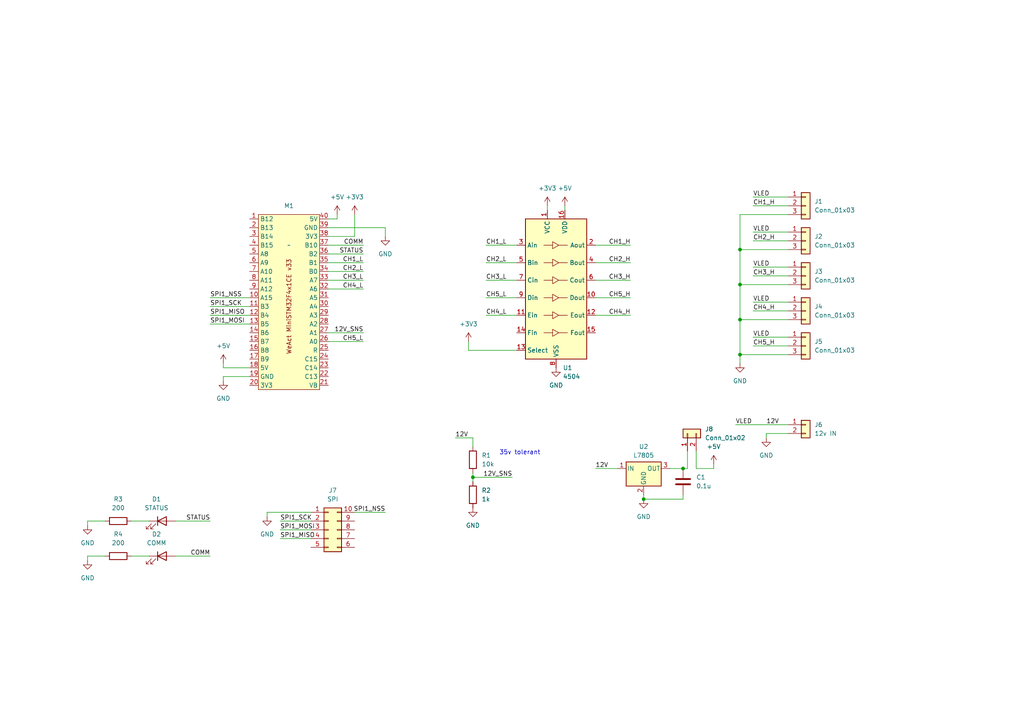
<source format=kicad_sch>
(kicad_sch (version 20230121) (generator eeschema)
  (paper "A4")
  (lib_symbols
    (symbol "4xxx:4504"
      (property "Reference" "U" (at -7.62 21.59 0))
      (property "Value" "4504" (at 6.35 21.59 0))
      (symbol "4504_0_1"
        (polyline (pts (xy -3.556 -12.7) (xy -1.016 -12.7)))
        (polyline (pts (xy -3.556 -7.62) (xy -1.016 -7.62)))
        (polyline (pts (xy -3.556 -2.54) (xy -1.016 -2.54)))
        (polyline (pts (xy -3.556 2.54) (xy -1.016 2.54)))
        (polyline (pts (xy -3.556 7.62) (xy -1.016 7.62)))
        (polyline (pts (xy -3.556 12.7) (xy -1.016 12.7)))
        (polyline (pts (xy 0.762 -12.7) (xy 3.302 -12.7)))
        (polyline (pts (xy 0.762 -7.62) (xy 3.302 -7.62)))
        (polyline (pts (xy 0.762 -2.54) (xy 3.302 -2.54)))
        (polyline (pts (xy 0.762 2.54) (xy 3.302 2.54)))
        (polyline (pts (xy 0.762 7.62) (xy 3.302 7.62)))
        (polyline (pts (xy 0.762 12.7) (xy 3.302 12.7)))
      )
      (symbol "4504_1_1"
        (rectangle (start -8.89 20.32) (end 8.89 -20.32) (stroke (width 0.254)) (fill (type background)))
        (polyline (pts (xy 0.762 -12.7) (xy -1.016 -13.716) (xy -1.016 -11.684) (xy 0.762 -12.7)))
        (polyline (pts (xy 0.762 -7.62) (xy -1.016 -8.636) (xy -1.016 -6.604) (xy 0.762 -7.62)))
        (polyline (pts (xy 0.762 -2.54) (xy -1.016 -3.556) (xy -1.016 -1.524) (xy 0.762 -2.54)))
        (polyline (pts (xy 0.762 2.54) (xy -1.016 1.524) (xy -1.016 3.556) (xy 0.762 2.54)))
        (polyline (pts (xy 0.762 7.62) (xy -1.016 6.604) (xy -1.016 8.636) (xy 0.762 7.62)))
        (polyline (pts (xy 0.762 12.7) (xy -1.016 11.684) (xy -1.016 13.716) (xy 0.762 12.7)))
        (pin power_in line (at -2.54 22.86 270) (length 2.54) (name "VCC") (number "1"))
        (pin output line (at 11.43 -2.54 180) (length 2.54) (name "Dout") (number "10"))
        (pin input line (at -11.43 -7.62 0) (length 2.54) (name "Ein") (number "11"))
        (pin output line (at 11.43 -7.62 180) (length 2.54) (name "Eout") (number "12"))
        (pin input line (at -11.43 -17.78 0) (length 2.54) (name "Select") (number "13"))
        (pin input line (at -11.43 -12.7 0) (length 2.54) (name "Fin") (number "14"))
        (pin output line (at 11.43 -12.7 180) (length 2.54) (name "Fout") (number "15"))
        (pin power_in line (at 2.54 22.86 270) (length 2.54) (name "VDD") (number "16"))
        (pin output line (at 11.43 12.7 180) (length 2.54) (name "Aout") (number "2"))
        (pin input line (at -11.43 12.7 0) (length 2.54) (name "Ain") (number "3"))
        (pin output line (at 11.43 7.62 180) (length 2.54) (name "Bout") (number "4"))
        (pin input line (at -11.43 7.62 0) (length 2.54) (name "Bin") (number "5"))
        (pin output line (at 11.43 2.54 180) (length 2.54) (name "Cout") (number "6"))
        (pin input line (at -11.43 2.54 0) (length 2.54) (name "Cin") (number "7"))
        (pin power_in line (at 0 -22.86 90) (length 2.54) (name "VSS") (number "8"))
        (pin input line (at -11.43 -2.54 0) (length 2.54) (name "Din") (number "9"))
      )
    )
    (symbol "Connector_Generic:Conn_01x02" (pin_names (offset 1.016) hide)
      (property "Reference" "J" (at 0 2.54 0))
      (property "Value" "Conn_01x02" (at 0 -5.08 0))
      (symbol "Conn_01x02_1_1"
        (rectangle (start -1.27 -2.413) (end 0 -2.667) (stroke (width 0.1524)))
        (rectangle (start -1.27 0.127) (end 0 -0.127) (stroke (width 0.1524)))
        (rectangle (start -1.27 1.27) (end 1.27 -3.81) (stroke (width 0.254)) (fill (type background)))
        (pin passive line (at -5.08 0 0) (length 3.81) (name "Pin_1") (number "1"))
        (pin passive line (at -5.08 -2.54 0) (length 3.81) (name "Pin_2") (number "2"))
      )
    )
    (symbol "Connector_Generic:Conn_01x03" (pin_names (offset 1.016) hide)
      (property "Reference" "J" (at 0 5.08 0))
      (property "Value" "Conn_01x03" (at 0 -5.08 0))
      (symbol "Conn_01x03_1_1"
        (rectangle (start -1.27 -2.413) (end 0 -2.667) (stroke (width 0.1524)))
        (rectangle (start -1.27 0.127) (end 0 -0.127) (stroke (width 0.1524)))
        (rectangle (start -1.27 2.667) (end 0 2.413) (stroke (width 0.1524)))
        (rectangle (start -1.27 3.81) (end 1.27 -3.81) (stroke (width 0.254)) (fill (type background)))
        (pin passive line (at -5.08 2.54 0) (length 3.81) (name "Pin_1") (number "1"))
        (pin passive line (at -5.08 0 0) (length 3.81) (name "Pin_2") (number "2"))
        (pin passive line (at -5.08 -2.54 0) (length 3.81) (name "Pin_3") (number "3"))
      )
    )
    (symbol "Connector_Generic:Conn_02x05_Counter_Clockwise" (pin_names (offset 1.016) hide)
      (property "Reference" "J" (at 1.27 7.62 0))
      (property "Value" "Conn_02x05_Counter_Clockwise" (at 1.27 -7.62 0))
      (symbol "Conn_02x05_Counter_Clockwise_1_1"
        (rectangle (start -1.27 -4.953) (end 0 -5.207) (stroke (width 0.1524)))
        (rectangle (start -1.27 -2.413) (end 0 -2.667) (stroke (width 0.1524)))
        (rectangle (start -1.27 0.127) (end 0 -0.127) (stroke (width 0.1524)))
        (rectangle (start -1.27 2.667) (end 0 2.413) (stroke (width 0.1524)))
        (rectangle (start -1.27 5.207) (end 0 4.953) (stroke (width 0.1524)))
        (rectangle (start -1.27 6.35) (end 3.81 -6.35) (stroke (width 0.254)) (fill (type background)))
        (rectangle (start 3.81 -4.953) (end 2.54 -5.207) (stroke (width 0.1524)))
        (rectangle (start 3.81 -2.413) (end 2.54 -2.667) (stroke (width 0.1524)))
        (rectangle (start 3.81 0.127) (end 2.54 -0.127) (stroke (width 0.1524)))
        (rectangle (start 3.81 2.667) (end 2.54 2.413) (stroke (width 0.1524)))
        (rectangle (start 3.81 5.207) (end 2.54 4.953) (stroke (width 0.1524)))
        (pin passive line (at -5.08 5.08 0) (length 3.81) (name "Pin_1") (number "1"))
        (pin passive line (at 7.62 5.08 180) (length 3.81) (name "Pin_10") (number "10"))
        (pin passive line (at -5.08 2.54 0) (length 3.81) (name "Pin_2") (number "2"))
        (pin passive line (at -5.08 0 0) (length 3.81) (name "Pin_3") (number "3"))
        (pin passive line (at -5.08 -2.54 0) (length 3.81) (name "Pin_4") (number "4"))
        (pin passive line (at -5.08 -5.08 0) (length 3.81) (name "Pin_5") (number "5"))
        (pin passive line (at 7.62 -5.08 180) (length 3.81) (name "Pin_6") (number "6"))
        (pin passive line (at 7.62 -2.54 180) (length 3.81) (name "Pin_7") (number "7"))
        (pin passive line (at 7.62 0 180) (length 3.81) (name "Pin_8") (number "8"))
        (pin passive line (at 7.62 2.54 180) (length 3.81) (name "Pin_9") (number "9"))
      )
    )
    (symbol "Device:C" (pin_numbers hide) (pin_names (offset 0.254))
      (property "Reference" "C" (at 0.635 2.54 0))
      (property "Value" "C" (at 0.635 -2.54 0))
      (symbol "C_0_1"
        (polyline (pts (xy -2.032 -0.762) (xy 2.032 -0.762)) (stroke (width 0.508)))
        (polyline (pts (xy -2.032 0.762) (xy 2.032 0.762)) (stroke (width 0.508)))
      )
      (symbol "C_1_1"
        (pin passive line (at 0 3.81 270) (length 2.794) (name "~") (number "1"))
        (pin passive line (at 0 -3.81 90) (length 2.794) (name "~") (number "2"))
      )
    )
    (symbol "Device:LED" (pin_numbers hide) (pin_names (offset 1.016) hide)
      (property "Reference" "D" (at 0 2.54 0))
      (property "Value" "LED" (at 0 -2.54 0))
      (symbol "LED_0_1"
        (polyline (pts (xy -1.27 -1.27) (xy -1.27 1.27)) (stroke (width 0.254)))
        (polyline (pts (xy -1.27 0) (xy 1.27 0)))
        (polyline (pts (xy 1.27 -1.27) (xy 1.27 1.27) (xy -1.27 0) (xy 1.27 -1.27)) (stroke (width 0.254)))
        (polyline (pts (xy -3.048 -0.762) (xy -4.572 -2.286) (xy -3.81 -2.286) (xy -4.572 -2.286) (xy -4.572 -1.524)))
        (polyline (pts (xy -1.778 -0.762) (xy -3.302 -2.286) (xy -2.54 -2.286) (xy -3.302 -2.286) (xy -3.302 -1.524)))
      )
      (symbol "LED_1_1"
        (pin passive line (at -3.81 0 0) (length 2.54) (name "K") (number "1"))
        (pin passive line (at 3.81 0 180) (length 2.54) (name "A") (number "2"))
      )
    )
    (symbol "Device:R" (pin_numbers hide) (pin_names (offset 0))
      (property "Reference" "R" (at 2.032 0 90))
      (property "Value" "R" (at 0 0 90))
      (symbol "R_0_1"
        (rectangle (start -1.016 -2.54) (end 1.016 2.54) (stroke (width 0.254)))
      )
      (symbol "R_1_1"
        (pin passive line (at 0 3.81 270) (length 1.27) (name "~") (number "1"))
        (pin passive line (at 0 -3.81 90) (length 1.27) (name "~") (number "2"))
      )
    )
    (symbol "Regulator_Linear:L7805" (pin_names (offset 0.254))
      (property "Reference" "U" (at -3.81 3.175 0))
      (property "Value" "L7805" (at 0 3.175 0))
      (symbol "L7805_0_1"
        (rectangle (start -5.08 1.905) (end 5.08 -5.08) (stroke (width 0.254)) (fill (type background)))
      )
      (symbol "L7805_1_1"
        (pin power_in line (at -7.62 0 0) (length 2.54) (name "IN") (number "1"))
        (pin power_in line (at 0 -7.62 90) (length 2.54) (name "GND") (number "2"))
        (pin power_out line (at 7.62 0 180) (length 2.54) (name "OUT") (number "3"))
      )
    )
    (symbol "power:+3V3" (power) (pin_names (offset 0))
      (property "Value" "+3V3" (at 0 3.556 0))
      (symbol "+3V3_0_1"
        (polyline (pts (xy -0.762 1.27) (xy 0 2.54)))
        (polyline (pts (xy 0 0) (xy 0 2.54)))
        (polyline (pts (xy 0 2.54) (xy 0.762 1.27)))
      )
      (symbol "+3V3_1_1"
        (pin power_in line (at 0 0 90) (length 0) hide (name "+3V3") (number "1"))
      )
    )
    (symbol "power:+5V" (power) (pin_names (offset 0))
      (property "Value" "+5V" (at 0 3.556 0))
      (symbol "+5V_0_1"
        (polyline (pts (xy -0.762 1.27) (xy 0 2.54)))
        (polyline (pts (xy 0 0) (xy 0 2.54)))
        (polyline (pts (xy 0 2.54) (xy 0.762 1.27)))
      )
      (symbol "+5V_1_1"
        (pin power_in line (at 0 0 90) (length 0) hide (name "+5V") (number "1"))
      )
    )
    (symbol "power:GND" (power) (pin_names (offset 0))
      (property "Value" "GND" (at 0 -3.81 0))
      (symbol "GND_0_1"
        (polyline (pts (xy 0 0) (xy 0 -1.27) (xy 1.27 -1.27) (xy 0 -2.54) (xy -1.27 -1.27) (xy 0 -1.27)))
      )
      (symbol "GND_1_1"
        (pin power_in line (at 0 0 270) (length 0) hide (name "GND") (number "1"))
      )
    )
    (symbol "stm32_devkit:MiniSTM32F4x1CE"
      (property "Reference" "U" (at 0 0 0))
      (symbol "MiniSTM32F4x1CE_1_1"
        (rectangle (start -8.89 8.89) (end 8.89 -41.91) (fill (type background)))
        (text "WeAct MiniSTM32F4x1CE v33" (at 0 -17.78 900) (effects (font (size 1.27 1.27))))
        (pin bidirectional line (at -11.43 7.62 0) (length 2.54) (name "B12") (number "1"))
        (pin bidirectional line (at -11.43 -15.24 0) (length 2.54) (name "A15") (number "10"))
        (pin bidirectional line (at -11.43 -17.78 0) (length 2.54) (name "B3") (number "11"))
        (pin bidirectional line (at -11.43 -20.32 0) (length 2.54) (name "B4") (number "12"))
        (pin bidirectional line (at -11.43 -22.86 0) (length 2.54) (name "B5") (number "13"))
        (pin bidirectional line (at -11.43 -25.4 0) (length 2.54) (name "B6") (number "14"))
        (pin bidirectional line (at -11.43 -27.94 0) (length 2.54) (name "B7") (number "15"))
        (pin bidirectional line (at -11.43 -30.48 0) (length 2.54) (name "B8") (number "16"))
        (pin bidirectional line (at -11.43 -33.02 0) (length 2.54) (name "B9") (number "17"))
        (pin power_in line (at -11.43 -35.56 0) (length 2.54) (name "5V") (number "18"))
        (pin power_in line (at -11.43 -38.1 0) (length 2.54) (name "GND") (number "19"))
        (pin bidirectional line (at -11.43 5.08 0) (length 2.54) (name "B13") (number "2"))
        (pin power_in line (at -11.43 -40.64 0) (length 2.54) (name "3V3") (number "20"))
        (pin power_in line (at 11.43 -40.64 180) (length 2.54) (name "VB") (number "21"))
        (pin bidirectional line (at 11.43 -38.1 180) (length 2.54) (name "C13") (number "22"))
        (pin bidirectional line (at 11.43 -35.56 180) (length 2.54) (name "C14") (number "23"))
        (pin bidirectional line (at 11.43 -33.02 180) (length 2.54) (name "C15") (number "24"))
        (pin bidirectional line (at 11.43 -30.48 180) (length 2.54) (name "R") (number "25"))
        (pin bidirectional line (at 11.43 -27.94 180) (length 2.54) (name "A0") (number "26"))
        (pin bidirectional line (at 11.43 -25.4 180) (length 2.54) (name "A1") (number "27"))
        (pin bidirectional line (at 11.43 -22.86 180) (length 2.54) (name "A2") (number "28"))
        (pin bidirectional line (at 11.43 -20.32 180) (length 2.54) (name "A3") (number "29"))
        (pin bidirectional line (at -11.43 2.54 0) (length 2.54) (name "B14") (number "3"))
        (pin bidirectional line (at 11.43 -17.78 180) (length 2.54) (name "A4") (number "30"))
        (pin bidirectional line (at 11.43 -15.24 180) (length 2.54) (name "A5") (number "31"))
        (pin bidirectional line (at 11.43 -12.7 180) (length 2.54) (name "A6") (number "32"))
        (pin bidirectional line (at 11.43 -10.16 180) (length 2.54) (name "A7") (number "33"))
        (pin bidirectional line (at 11.43 -7.62 180) (length 2.54) (name "B0") (number "34"))
        (pin bidirectional line (at 11.43 -5.08 180) (length 2.54) (name "B1") (number "35"))
        (pin bidirectional line (at 11.43 -2.54 180) (length 2.54) (name "B2") (number "36"))
        (pin bidirectional line (at 11.43 0 180) (length 2.54) (name "B10") (number "37"))
        (pin power_in line (at 11.43 2.54 180) (length 2.54) (name "3V3") (number "38"))
        (pin power_in line (at 11.43 5.08 180) (length 2.54) (name "GND") (number "39"))
        (pin bidirectional line (at -11.43 0 0) (length 2.54) (name "B15") (number "4"))
        (pin power_in line (at 11.43 7.62 180) (length 2.54) (name "5V") (number "40"))
        (pin bidirectional line (at -11.43 -2.54 0) (length 2.54) (name "A8") (number "5"))
        (pin bidirectional line (at -11.43 -5.08 0) (length 2.54) (name "A9") (number "6"))
        (pin bidirectional line (at -11.43 -7.62 0) (length 2.54) (name "A10") (number "7"))
        (pin bidirectional line (at -11.43 -10.16 0) (length 2.54) (name "A11") (number "8"))
        (pin bidirectional line (at -11.43 -12.7 0) (length 2.54) (name "A12") (number "9"))
      )
    )
  )
  (junction (at 214.63 82.55))
  (junction (at 214.63 72.39))
  (junction (at 214.63 92.71))
  (junction (at 137.16 138.43))
  (junction (at 214.63 102.87))
  (junction (at 198.12 135.89))
  (junction (at 186.69 144.78))
  (wire (pts (xy 50.8 161.29) (xy 60.96 161.29)))
  (wire (pts (xy 60.96 88.9) (xy 72.39 88.9)))
  (wire (pts (xy 228.6 92.71) (xy 214.63 92.71)))
  (wire (pts (xy 218.44 59.69) (xy 228.6 59.69)))
  (wire (pts (xy 135.89 101.6) (xy 149.86 101.6)))
  (wire (pts (xy 207.01 135.89) (xy 207.01 134.62)))
  (wire (pts (xy 111.76 66.04) (xy 95.25 66.04)))
  (wire (pts (xy 214.63 72.39) (xy 214.63 82.55)))
  (wire (pts (xy 163.83 59.69) (xy 163.83 60.96)))
  (wire (pts (xy 218.44 97.79) (xy 228.6 97.79)))
  (wire (pts (xy 97.79 62.23) (xy 97.79 63.5)))
  (wire (pts (xy 95.25 73.66) (xy 105.41 73.66)))
  (wire (pts (xy 201.93 135.89) (xy 207.01 135.89)))
  (wire (pts (xy 158.75 59.69) (xy 158.75 60.96)))
  (wire (pts (xy 214.63 62.23) (xy 214.63 72.39)))
  (wire (pts (xy 95.25 76.2) (xy 105.41 76.2)))
  (wire (pts (xy 199.39 130.81) (xy 199.39 135.89)))
  (wire (pts (xy 81.28 156.21) (xy 90.17 156.21)))
  (wire (pts (xy 218.44 90.17) (xy 228.6 90.17)))
  (wire (pts (xy 64.77 106.68) (xy 72.39 106.68)))
  (wire (pts (xy 214.63 82.55) (xy 214.63 92.71)))
  (wire (pts (xy 77.47 148.59) (xy 77.47 149.86)))
  (wire (pts (xy 97.79 63.5) (xy 95.25 63.5)))
  (wire (pts (xy 214.63 92.71) (xy 214.63 102.87)))
  (wire (pts (xy 214.63 105.41) (xy 214.63 102.87)))
  (wire (pts (xy 25.4 152.4) (xy 25.4 151.13)))
  (wire (pts (xy 137.16 127) (xy 137.16 129.54)))
  (wire (pts (xy 95.25 71.12) (xy 105.41 71.12)))
  (wire (pts (xy 172.72 71.12) (xy 182.88 71.12)))
  (wire (pts (xy 218.44 77.47) (xy 228.6 77.47)))
  (wire (pts (xy 214.63 62.23) (xy 228.6 62.23)))
  (wire (pts (xy 60.96 93.98) (xy 72.39 93.98)))
  (wire (pts (xy 172.72 76.2) (xy 182.88 76.2)))
  (wire (pts (xy 64.77 109.22) (xy 72.39 109.22)))
  (wire (pts (xy 194.31 135.89) (xy 198.12 135.89)))
  (wire (pts (xy 228.6 72.39) (xy 214.63 72.39)))
  (wire (pts (xy 95.25 83.82) (xy 105.41 83.82)))
  (wire (pts (xy 60.96 91.44) (xy 72.39 91.44)))
  (wire (pts (xy 214.63 102.87) (xy 228.6 102.87)))
  (wire (pts (xy 198.12 144.78) (xy 186.69 144.78)))
  (wire (pts (xy 137.16 138.43) (xy 137.16 139.7)))
  (wire (pts (xy 95.25 81.28) (xy 105.41 81.28)))
  (wire (pts (xy 218.44 80.01) (xy 228.6 80.01)))
  (wire (pts (xy 132.08 127) (xy 137.16 127)))
  (wire (pts (xy 218.44 100.33) (xy 228.6 100.33)))
  (wire (pts (xy 81.28 151.13) (xy 90.17 151.13)))
  (wire (pts (xy 111.76 68.58) (xy 111.76 66.04)))
  (wire (pts (xy 186.69 143.51) (xy 186.69 144.78)))
  (wire (pts (xy 25.4 151.13) (xy 30.48 151.13)))
  (wire (pts (xy 25.4 161.29) (xy 30.48 161.29)))
  (wire (pts (xy 38.1 151.13) (xy 43.18 151.13)))
  (wire (pts (xy 38.1 161.29) (xy 43.18 161.29)))
  (wire (pts (xy 140.97 76.2) (xy 149.86 76.2)))
  (wire (pts (xy 198.12 143.51) (xy 198.12 144.78)))
  (wire (pts (xy 137.16 138.43) (xy 148.59 138.43)))
  (wire (pts (xy 218.44 67.31) (xy 228.6 67.31)))
  (wire (pts (xy 222.25 125.73) (xy 222.25 127)))
  (wire (pts (xy 60.96 86.36) (xy 72.39 86.36)))
  (wire (pts (xy 50.8 151.13) (xy 60.96 151.13)))
  (wire (pts (xy 218.44 57.15) (xy 228.6 57.15)))
  (wire (pts (xy 213.36 123.19) (xy 228.6 123.19)))
  (wire (pts (xy 95.25 78.74) (xy 105.41 78.74)))
  (wire (pts (xy 64.77 110.49) (xy 64.77 109.22)))
  (wire (pts (xy 172.72 86.36) (xy 182.88 86.36)))
  (wire (pts (xy 102.87 62.23) (xy 102.87 68.58)))
  (wire (pts (xy 228.6 82.55) (xy 214.63 82.55)))
  (wire (pts (xy 81.28 153.67) (xy 90.17 153.67)))
  (wire (pts (xy 25.4 162.56) (xy 25.4 161.29)))
  (wire (pts (xy 228.6 125.73) (xy 222.25 125.73)))
  (wire (pts (xy 201.93 130.81) (xy 201.93 135.89)))
  (wire (pts (xy 77.47 148.59) (xy 90.17 148.59)))
  (wire (pts (xy 64.77 105.41) (xy 64.77 106.68)))
  (wire (pts (xy 140.97 86.36) (xy 149.86 86.36)))
  (wire (pts (xy 95.25 99.06) (xy 105.41 99.06)))
  (wire (pts (xy 140.97 81.28) (xy 149.86 81.28)))
  (wire (pts (xy 218.44 69.85) (xy 228.6 69.85)))
  (wire (pts (xy 102.87 68.58) (xy 95.25 68.58)))
  (wire (pts (xy 140.97 71.12) (xy 149.86 71.12)))
  (wire (pts (xy 140.97 91.44) (xy 149.86 91.44)))
  (wire (pts (xy 172.72 135.89) (xy 179.07 135.89)))
  (wire (pts (xy 95.25 96.52) (xy 105.41 96.52)))
  (wire (pts (xy 172.72 81.28) (xy 182.88 81.28)))
  (wire (pts (xy 172.72 91.44) (xy 182.88 91.44)))
  (wire (pts (xy 135.89 99.06) (xy 135.89 101.6)))
  (wire (pts (xy 218.44 87.63) (xy 228.6 87.63)))
  (wire (pts (xy 137.16 137.16) (xy 137.16 138.43)))
  (wire (pts (xy 198.12 135.89) (xy 199.39 135.89)))
  (wire (pts (xy 102.87 148.59) (xy 111.76 148.59)))
  (text "35v tolerant" (at 144.78 132.08 0) (effects (font (size 1.27 1.27)) (justify left bottom)))
  (label "CH5_H" (at 218.44 100.33 0))
  (label "STATUS" (at 105.41 73.66 180))
  (label "CH2_L" (at 105.41 78.74 180))
  (label "12V_SNS" (at 148.59 138.43 180))
  (label "VLED" (at 218.44 67.31 0))
  (label "CH4_H" (at 218.44 90.17 0))
  (label "SPI1_MOSI" (at 81.28 153.67 0))
  (label "12V" (at 222.25 123.19 0))
  (label "CH2_H" (at 182.88 76.2 180))
  (label "12V" (at 172.72 135.89 0))
  (label "SPI1_NSS" (at 111.76 148.59 180))
  (label "SPI1_SCK" (at 81.28 151.13 0))
  (label "CH3_L" (at 140.97 81.28 0))
  (label "VLED" (at 218.44 87.63 0))
  (label "VLED" (at 218.44 97.79 0))
  (label "SPI1_NSS" (at 60.96 86.36 0))
  (label "STATUS" (at 60.96 151.13 180))
  (label "SPI1_MISO" (at 60.96 91.44 0))
  (label "CH2_L" (at 140.97 76.2 0))
  (label "COMM" (at 105.41 71.12 180))
  (label "CH5_L" (at 140.97 86.36 0))
  (label "SPI1_MOSI" (at 60.96 93.98 0))
  (label "CH4_L" (at 105.41 83.82 180))
  (label "CH3_L" (at 105.41 81.28 180))
  (label "CH5_H" (at 182.88 86.36 180))
  (label "CH5_L" (at 105.41 99.06 180))
  (label "SPI1_SCK" (at 60.96 88.9 0))
  (label "CH2_H" (at 218.44 69.85 0))
  (label "CH1_H" (at 218.44 59.69 0))
  (label "CH4_L" (at 140.97 91.44 0))
  (label "CH3_H" (at 218.44 80.01 0))
  (label "12V" (at 132.08 127 0))
  (label "VLED" (at 218.44 57.15 0))
  (label "CH1_L" (at 105.41 76.2 180))
  (label "CH1_L" (at 140.97 71.12 0))
  (label "CH1_H" (at 182.88 71.12 180))
  (label "SPI1_MISO" (at 81.28 156.21 0))
  (label "CH4_H" (at 182.88 91.44 180))
  (label "VLED" (at 213.36 123.19 0))
  (label "12V_SNS" (at 105.41 96.52 180))
  (label "VLED" (at 218.44 77.47 0))
  (label "CH3_H" (at 182.88 81.28 180))
  (label "COMM" (at 60.96 161.29 180))
  (symbol (lib_id "stm32_devkit:MiniSTM32F4x1CE") (at 83.82 71.12 0) (unit 1)
    (property "Reference" "M1" (at 83.82 59.69 0))
    (property "Value" "~" (at 83.82 71.12 0))
    (property "Footprint" "stm32_devkit:MiniSTM32F4x1CE" (effects hide))
  )
  (symbol (lib_id "Connector_Generic:Conn_01x03") (at 233.68 69.85 0) (unit 1)
    (property "Reference" "J2" (at 236.22 68.58 0) (effects (justify left)))
    (property "Value" "Conn_01x03" (at 236.22 71.12 0) (effects (justify left)))
    (property "Footprint" "Connector_PinHeader_2.54mm:PinHeader_1x03_P2.54mm_Vertical" (effects hide))
  )
  (symbol (lib_id "power:GND") (at 161.29 106.68 0) (unit 1)
    (property "Reference" "#PWR03" (effects hide))
    (property "Value" "GND" (at 161.29 111.76 0))
  )
  (symbol (lib_id "Device:R") (at 137.16 143.51 0) (unit 1)
    (property "Reference" "R2" (at 139.7 142.24 0) (effects (justify left)))
    (property "Value" "1k" (at 139.7 144.78 0) (effects (justify left)))
    (property "Footprint" "Resistor_SMD:R_0805_2012Metric" (effects hide))
  )
  (symbol (lib_id "power:GND") (at 111.76 68.58 0) (unit 1)
    (property "Reference" "#PWR015" (effects hide))
    (property "Value" "GND" (at 111.76 73.66 0))
  )
  (symbol (lib_id "power:+5V") (at 64.77 105.41 0) (unit 1)
    (property "Reference" "#PWR010" (effects hide))
    (property "Value" "+5V" (at 64.77 100.33 0))
  )
  (symbol (lib_id "power:GND") (at 64.77 110.49 0) (unit 1)
    (property "Reference" "#PWR014" (effects hide))
    (property "Value" "GND" (at 64.77 115.57 0))
  )
  (symbol (lib_id "power:+5V") (at 163.83 59.69 0) (unit 1)
    (property "Reference" "#PWR05" (effects hide))
    (property "Value" "+5V" (at 163.83 54.61 0))
  )
  (symbol (lib_id "power:+5V") (at 207.01 134.62 0) (unit 1)
    (property "Reference" "#PWR06" (effects hide))
    (property "Value" "+5V" (at 207.01 129.54 0))
  )
  (symbol (lib_id "power:GND") (at 214.63 105.41 0) (unit 1)
    (property "Reference" "#PWR01" (effects hide))
    (property "Value" "GND" (at 214.63 110.49 0))
  )
  (symbol (lib_id "power:GND") (at 25.4 152.4 0) (unit 1)
    (property "Reference" "#PWR016" (effects hide))
    (property "Value" "GND" (at 25.4 157.48 0))
  )
  (symbol (lib_id "Connector_Generic:Conn_01x03") (at 233.68 80.01 0) (unit 1)
    (property "Reference" "J3" (at 236.22 78.74 0) (effects (justify left)))
    (property "Value" "Conn_01x03" (at 236.22 81.28 0) (effects (justify left)))
    (property "Footprint" "Connector_PinHeader_2.54mm:PinHeader_1x03_P2.54mm_Vertical" (effects hide))
  )
  (symbol (lib_id "Connector_Generic:Conn_01x03") (at 233.68 59.69 0) (unit 1)
    (property "Reference" "J1" (at 236.22 58.42 0) (effects (justify left)))
    (property "Value" "Conn_01x03" (at 236.22 60.96 0) (effects (justify left)))
    (property "Footprint" "Connector_PinHeader_2.54mm:PinHeader_1x03_P2.54mm_Vertical" (effects hide))
  )
  (symbol (lib_id "power:+5V") (at 97.79 62.23 0) (unit 1)
    (property "Reference" "#PWR09" (effects hide))
    (property "Value" "+5V" (at 97.79 57.15 0))
  )
  (symbol (lib_id "Device:LED") (at 46.99 151.13 0) (unit 1)
    (property "Reference" "D1" (at 45.4025 144.78 0))
    (property "Value" "STATUS" (at 45.4025 147.32 0))
    (property "Footprint" "LED_SMD:LED_0805_2012Metric" (effects hide))
  )
  (symbol (lib_id "power:+3V3") (at 102.87 62.23 0) (unit 1)
    (property "Reference" "#PWR011" (effects hide))
    (property "Value" "+3V3" (at 102.87 57.15 0))
  )
  (symbol (lib_id "power:GND") (at 137.16 147.32 0) (unit 1)
    (property "Reference" "#PWR013" (effects hide))
    (property "Value" "GND" (at 137.16 152.4 0))
  )
  (symbol (lib_id "Regulator_Linear:L7805") (at 186.69 135.89 0) (unit 1)
    (property "Reference" "U2" (at 186.69 129.54 0))
    (property "Value" "L7805" (at 186.69 132.08 0))
    (property "Footprint" "Package_TO_SOT_THT:TO-220-3_Horizontal_TabDown" (effects hide))
    (property "Datasheet" "http://www.st.com/content/ccc/resource/technical/document/datasheet/41/4f/b3/b0/12/d4/47/88/CD00000444.pdf/files/CD00000444.pdf/jcr:content/translations/en.CD00000444.pdf" (effects hide))
  )
  (symbol (lib_id "Device:C") (at 198.12 139.7 0) (unit 1)
    (property "Reference" "C1" (at 201.93 138.43 0) (effects (justify left)))
    (property "Value" "0.1u" (at 201.93 140.97 0) (effects (justify left)))
    (property "Footprint" "Capacitor_THT:CP_Radial_D5.0mm_P2.00mm" (effects hide))
  )
  (symbol (lib_id "Device:R") (at 34.29 161.29 90) (unit 1)
    (property "Reference" "R4" (at 34.29 154.94 90))
    (property "Value" "200" (at 34.29 157.48 90))
    (property "Footprint" "Resistor_SMD:R_0805_2012Metric" (effects hide))
  )
  (symbol (lib_id "power:GND") (at 25.4 162.56 0) (unit 1)
    (property "Reference" "#PWR017" (effects hide))
    (property "Value" "GND" (at 25.4 167.64 0))
  )
  (symbol (lib_id "Device:LED") (at 46.99 161.29 0) (unit 1)
    (property "Reference" "D2" (at 45.4025 154.94 0))
    (property "Value" "COMM" (at 45.4025 157.48 0))
    (property "Footprint" "LED_SMD:LED_0805_2012Metric" (effects hide))
  )
  (symbol (lib_id "Connector_Generic:Conn_01x02") (at 199.39 125.73 90) (unit 1)
    (property "Reference" "J8" (at 204.47 124.46 90) (effects (justify right)))
    (property "Value" "Conn_01x02" (at 204.47 127 90) (effects (justify right)))
    (property "Footprint" "Connector_PinHeader_2.54mm:PinHeader_1x02_P2.54mm_Vertical" (effects hide))
  )
  (symbol (lib_id "power:+3V3") (at 135.89 99.06 0) (unit 1)
    (property "Reference" "#PWR08" (effects hide))
    (property "Value" "+3V3" (at 135.89 93.98 0))
  )
  (symbol (lib_id "Device:R") (at 137.16 133.35 0) (unit 1)
    (property "Reference" "R1" (at 139.7 132.08 0) (effects (justify left)))
    (property "Value" "10k" (at 139.7 134.62 0) (effects (justify left)))
    (property "Footprint" "Resistor_SMD:R_0805_2012Metric" (effects hide))
  )
  (symbol (lib_id "Connector_Generic:Conn_01x02") (at 233.68 123.19 0) (unit 1)
    (property "Reference" "J6" (at 236.22 123.19 0) (effects (justify left)))
    (property "Value" "12v IN" (at 236.22 125.73 0) (effects (justify left)))
    (property "Footprint" "TerminalBlock_WAGO:TerminalBlock_WAGO_804-102_1x02_P5.00mm_45Degree" (effects hide))
  )
  (symbol (lib_id "power:GND") (at 77.47 149.86 0) (unit 1)
    (property "Reference" "#PWR012" (effects hide))
    (property "Value" "GND" (at 77.47 154.94 0))
  )
  (symbol (lib_id "Connector_Generic:Conn_02x05_Counter_Clockwise") (at 95.25 153.67 0) (unit 1)
    (property "Reference" "J7" (at 96.52 142.24 0))
    (property "Value" "SPI" (at 96.52 144.78 0))
    (property "Footprint" "Connector_PinHeader_2.54mm:PinHeader_2x05_P2.54mm_Vertical" (effects hide))
  )
  (symbol (lib_id "4xxx:4504") (at 161.29 83.82 0) (unit 1)
    (property "Reference" "U1" (at 163.2459 106.68 0) (effects (justify left)))
    (property "Value" "4504" (at 163.2459 109.22 0) (effects (justify left)))
    (property "Footprint" "Package_DIP:DIP-16_W7.62mm" (effects hide))
    (property "Datasheet" "http://www.ti.com/lit/ds/symlink/cd4504b.pdf" (effects hide))
  )
  (symbol (lib_id "power:+3V3") (at 158.75 59.69 0) (unit 1)
    (property "Reference" "#PWR04" (effects hide))
    (property "Value" "+3V3" (at 158.75 54.61 0))
  )
  (symbol (lib_id "Connector_Generic:Conn_01x03") (at 233.68 90.17 0) (unit 1)
    (property "Reference" "J4" (at 236.22 88.9 0) (effects (justify left)))
    (property "Value" "Conn_01x03" (at 236.22 91.44 0) (effects (justify left)))
    (property "Footprint" "Connector_PinHeader_2.54mm:PinHeader_1x03_P2.54mm_Vertical" (effects hide))
  )
  (symbol (lib_id "Connector_Generic:Conn_01x03") (at 233.68 100.33 0) (unit 1)
    (property "Reference" "J5" (at 236.22 99.06 0) (effects (justify left)))
    (property "Value" "Conn_01x03" (at 236.22 101.6 0) (effects (justify left)))
    (property "Footprint" "Connector_PinHeader_2.54mm:PinHeader_1x03_P2.54mm_Vertical" (effects hide))
  )
  (symbol (lib_id "Device:R") (at 34.29 151.13 90) (unit 1)
    (property "Reference" "R3" (at 34.29 144.78 90))
    (property "Value" "200" (at 34.29 147.32 90))
    (property "Footprint" "Resistor_SMD:R_0805_2012Metric" (effects hide))
  )
  (symbol (lib_id "power:GND") (at 186.69 144.78 0) (unit 1)
    (property "Reference" "#PWR07" (effects hide))
    (property "Value" "GND" (at 186.69 149.86 0))
  )
  (symbol (lib_id "power:GND") (at 222.25 127 0) (unit 1)
    (property "Reference" "#PWR02" (effects hide))
    (property "Value" "GND" (at 222.25 132.08 0))
  )
)
</source>
